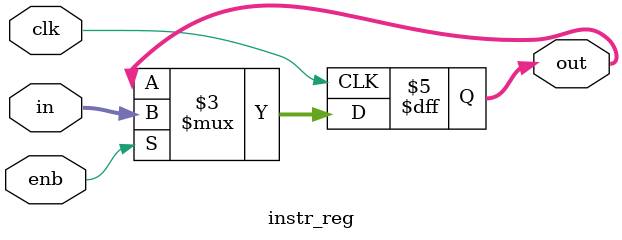
<source format=v>
module instr_reg(in, clk, out, enb);

input [31:0]in;
output reg [31:0]out;
input clk, enb;

always @(posedge clk)
begin
	if(enb)
		out<=in;
	else
		out<=out;
end
endmodule

</source>
